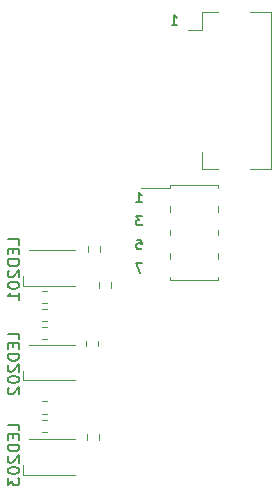
<source format=gbr>
%TF.GenerationSoftware,KiCad,Pcbnew,6.99.0-1.20221101gitf80c150.fc36*%
%TF.CreationDate,2022-11-27T20:33:10+00:00*%
%TF.ProjectId,bugg-led-r4,62756767-2d6c-4656-942d-72342e6b6963,rev?*%
%TF.SameCoordinates,Original*%
%TF.FileFunction,Legend,Bot*%
%TF.FilePolarity,Positive*%
%FSLAX46Y46*%
G04 Gerber Fmt 4.6, Leading zero omitted, Abs format (unit mm)*
G04 Created by KiCad (PCBNEW 6.99.0-1.20221101gitf80c150.fc36) date 2022-11-27 20:33:10*
%MOMM*%
%LPD*%
G01*
G04 APERTURE LIST*
%ADD10C,0.150000*%
%ADD11C,0.120000*%
G04 APERTURE END LIST*
D10*
X10121428Y5606095D02*
X10578571Y5606095D01*
X10349999Y5606095D02*
X10349999Y6406095D01*
X10349999Y6406095D02*
X10426190Y6291809D01*
X10426190Y6291809D02*
X10502380Y6215619D01*
X10502380Y6215619D02*
X10578571Y6177523D01*
X7616666Y-14593904D02*
X7083332Y-14593904D01*
X7083332Y-14593904D02*
X7426190Y-15393904D01*
X7616666Y-10593904D02*
X7121428Y-10593904D01*
X7121428Y-10593904D02*
X7388094Y-10898666D01*
X7388094Y-10898666D02*
X7273809Y-10898666D01*
X7273809Y-10898666D02*
X7197618Y-10936761D01*
X7197618Y-10936761D02*
X7159523Y-10974857D01*
X7159523Y-10974857D02*
X7121428Y-11051047D01*
X7121428Y-11051047D02*
X7121428Y-11241523D01*
X7121428Y-11241523D02*
X7159523Y-11317714D01*
X7159523Y-11317714D02*
X7197618Y-11355809D01*
X7197618Y-11355809D02*
X7273809Y-11393904D01*
X7273809Y-11393904D02*
X7502380Y-11393904D01*
X7502380Y-11393904D02*
X7578571Y-11355809D01*
X7578571Y-11355809D02*
X7616666Y-11317714D01*
X7121428Y-9393904D02*
X7578571Y-9393904D01*
X7349999Y-9393904D02*
X7349999Y-8593904D01*
X7349999Y-8593904D02*
X7426190Y-8708190D01*
X7426190Y-8708190D02*
X7502380Y-8784380D01*
X7502380Y-8784380D02*
X7578571Y-8822476D01*
X7159523Y-12593904D02*
X7540475Y-12593904D01*
X7540475Y-12593904D02*
X7578571Y-12974857D01*
X7578571Y-12974857D02*
X7540475Y-12936761D01*
X7540475Y-12936761D02*
X7464285Y-12898666D01*
X7464285Y-12898666D02*
X7273809Y-12898666D01*
X7273809Y-12898666D02*
X7197618Y-12936761D01*
X7197618Y-12936761D02*
X7159523Y-12974857D01*
X7159523Y-12974857D02*
X7121428Y-13051047D01*
X7121428Y-13051047D02*
X7121428Y-13241523D01*
X7121428Y-13241523D02*
X7159523Y-13317714D01*
X7159523Y-13317714D02*
X7197618Y-13355809D01*
X7197618Y-13355809D02*
X7273809Y-13393904D01*
X7273809Y-13393904D02*
X7464285Y-13393904D01*
X7464285Y-13393904D02*
X7540475Y-13355809D01*
X7540475Y-13355809D02*
X7578571Y-13317714D01*
%TO.C,LED203*%
X-2782619Y-28728571D02*
X-2782619Y-28252381D01*
X-2782619Y-28252381D02*
X-3782619Y-28252381D01*
X-3306428Y-29061905D02*
X-3306428Y-29395238D01*
X-2782619Y-29538095D02*
X-2782619Y-29061905D01*
X-2782619Y-29061905D02*
X-3782619Y-29061905D01*
X-3782619Y-29061905D02*
X-3782619Y-29538095D01*
X-2782619Y-29966667D02*
X-3782619Y-29966667D01*
X-3782619Y-29966667D02*
X-3782619Y-30204762D01*
X-3782619Y-30204762D02*
X-3735000Y-30347619D01*
X-3735000Y-30347619D02*
X-3639761Y-30442857D01*
X-3639761Y-30442857D02*
X-3544523Y-30490476D01*
X-3544523Y-30490476D02*
X-3354047Y-30538095D01*
X-3354047Y-30538095D02*
X-3211190Y-30538095D01*
X-3211190Y-30538095D02*
X-3020714Y-30490476D01*
X-3020714Y-30490476D02*
X-2925476Y-30442857D01*
X-2925476Y-30442857D02*
X-2830238Y-30347619D01*
X-2830238Y-30347619D02*
X-2782619Y-30204762D01*
X-2782619Y-30204762D02*
X-2782619Y-29966667D01*
X-3687380Y-30919048D02*
X-3735000Y-30966667D01*
X-3735000Y-30966667D02*
X-3782619Y-31061905D01*
X-3782619Y-31061905D02*
X-3782619Y-31300000D01*
X-3782619Y-31300000D02*
X-3735000Y-31395238D01*
X-3735000Y-31395238D02*
X-3687380Y-31442857D01*
X-3687380Y-31442857D02*
X-3592142Y-31490476D01*
X-3592142Y-31490476D02*
X-3496904Y-31490476D01*
X-3496904Y-31490476D02*
X-3354047Y-31442857D01*
X-3354047Y-31442857D02*
X-2782619Y-30871429D01*
X-2782619Y-30871429D02*
X-2782619Y-31490476D01*
X-3782619Y-32109524D02*
X-3782619Y-32204762D01*
X-3782619Y-32204762D02*
X-3735000Y-32300000D01*
X-3735000Y-32300000D02*
X-3687380Y-32347619D01*
X-3687380Y-32347619D02*
X-3592142Y-32395238D01*
X-3592142Y-32395238D02*
X-3401666Y-32442857D01*
X-3401666Y-32442857D02*
X-3163571Y-32442857D01*
X-3163571Y-32442857D02*
X-2973095Y-32395238D01*
X-2973095Y-32395238D02*
X-2877857Y-32347619D01*
X-2877857Y-32347619D02*
X-2830238Y-32300000D01*
X-2830238Y-32300000D02*
X-2782619Y-32204762D01*
X-2782619Y-32204762D02*
X-2782619Y-32109524D01*
X-2782619Y-32109524D02*
X-2830238Y-32014286D01*
X-2830238Y-32014286D02*
X-2877857Y-31966667D01*
X-2877857Y-31966667D02*
X-2973095Y-31919048D01*
X-2973095Y-31919048D02*
X-3163571Y-31871429D01*
X-3163571Y-31871429D02*
X-3401666Y-31871429D01*
X-3401666Y-31871429D02*
X-3592142Y-31919048D01*
X-3592142Y-31919048D02*
X-3687380Y-31966667D01*
X-3687380Y-31966667D02*
X-3735000Y-32014286D01*
X-3735000Y-32014286D02*
X-3782619Y-32109524D01*
X-3782619Y-32776191D02*
X-3782619Y-33395238D01*
X-3782619Y-33395238D02*
X-3401666Y-33061905D01*
X-3401666Y-33061905D02*
X-3401666Y-33204762D01*
X-3401666Y-33204762D02*
X-3354047Y-33300000D01*
X-3354047Y-33300000D02*
X-3306428Y-33347619D01*
X-3306428Y-33347619D02*
X-3211190Y-33395238D01*
X-3211190Y-33395238D02*
X-2973095Y-33395238D01*
X-2973095Y-33395238D02*
X-2877857Y-33347619D01*
X-2877857Y-33347619D02*
X-2830238Y-33300000D01*
X-2830238Y-33300000D02*
X-2782619Y-33204762D01*
X-2782619Y-33204762D02*
X-2782619Y-32919048D01*
X-2782619Y-32919048D02*
X-2830238Y-32823810D01*
X-2830238Y-32823810D02*
X-2877857Y-32776191D01*
%TO.C,LED202*%
X-2782619Y-21028571D02*
X-2782619Y-20552381D01*
X-2782619Y-20552381D02*
X-3782619Y-20552381D01*
X-3306428Y-21361905D02*
X-3306428Y-21695238D01*
X-2782619Y-21838095D02*
X-2782619Y-21361905D01*
X-2782619Y-21361905D02*
X-3782619Y-21361905D01*
X-3782619Y-21361905D02*
X-3782619Y-21838095D01*
X-2782619Y-22266667D02*
X-3782619Y-22266667D01*
X-3782619Y-22266667D02*
X-3782619Y-22504762D01*
X-3782619Y-22504762D02*
X-3735000Y-22647619D01*
X-3735000Y-22647619D02*
X-3639761Y-22742857D01*
X-3639761Y-22742857D02*
X-3544523Y-22790476D01*
X-3544523Y-22790476D02*
X-3354047Y-22838095D01*
X-3354047Y-22838095D02*
X-3211190Y-22838095D01*
X-3211190Y-22838095D02*
X-3020714Y-22790476D01*
X-3020714Y-22790476D02*
X-2925476Y-22742857D01*
X-2925476Y-22742857D02*
X-2830238Y-22647619D01*
X-2830238Y-22647619D02*
X-2782619Y-22504762D01*
X-2782619Y-22504762D02*
X-2782619Y-22266667D01*
X-3687380Y-23219048D02*
X-3735000Y-23266667D01*
X-3735000Y-23266667D02*
X-3782619Y-23361905D01*
X-3782619Y-23361905D02*
X-3782619Y-23600000D01*
X-3782619Y-23600000D02*
X-3735000Y-23695238D01*
X-3735000Y-23695238D02*
X-3687380Y-23742857D01*
X-3687380Y-23742857D02*
X-3592142Y-23790476D01*
X-3592142Y-23790476D02*
X-3496904Y-23790476D01*
X-3496904Y-23790476D02*
X-3354047Y-23742857D01*
X-3354047Y-23742857D02*
X-2782619Y-23171429D01*
X-2782619Y-23171429D02*
X-2782619Y-23790476D01*
X-3782619Y-24409524D02*
X-3782619Y-24504762D01*
X-3782619Y-24504762D02*
X-3735000Y-24600000D01*
X-3735000Y-24600000D02*
X-3687380Y-24647619D01*
X-3687380Y-24647619D02*
X-3592142Y-24695238D01*
X-3592142Y-24695238D02*
X-3401666Y-24742857D01*
X-3401666Y-24742857D02*
X-3163571Y-24742857D01*
X-3163571Y-24742857D02*
X-2973095Y-24695238D01*
X-2973095Y-24695238D02*
X-2877857Y-24647619D01*
X-2877857Y-24647619D02*
X-2830238Y-24600000D01*
X-2830238Y-24600000D02*
X-2782619Y-24504762D01*
X-2782619Y-24504762D02*
X-2782619Y-24409524D01*
X-2782619Y-24409524D02*
X-2830238Y-24314286D01*
X-2830238Y-24314286D02*
X-2877857Y-24266667D01*
X-2877857Y-24266667D02*
X-2973095Y-24219048D01*
X-2973095Y-24219048D02*
X-3163571Y-24171429D01*
X-3163571Y-24171429D02*
X-3401666Y-24171429D01*
X-3401666Y-24171429D02*
X-3592142Y-24219048D01*
X-3592142Y-24219048D02*
X-3687380Y-24266667D01*
X-3687380Y-24266667D02*
X-3735000Y-24314286D01*
X-3735000Y-24314286D02*
X-3782619Y-24409524D01*
X-3687380Y-25123810D02*
X-3735000Y-25171429D01*
X-3735000Y-25171429D02*
X-3782619Y-25266667D01*
X-3782619Y-25266667D02*
X-3782619Y-25504762D01*
X-3782619Y-25504762D02*
X-3735000Y-25600000D01*
X-3735000Y-25600000D02*
X-3687380Y-25647619D01*
X-3687380Y-25647619D02*
X-3592142Y-25695238D01*
X-3592142Y-25695238D02*
X-3496904Y-25695238D01*
X-3496904Y-25695238D02*
X-3354047Y-25647619D01*
X-3354047Y-25647619D02*
X-2782619Y-25076191D01*
X-2782619Y-25076191D02*
X-2782619Y-25695238D01*
%TO.C,LED201*%
X-2782619Y-13028571D02*
X-2782619Y-12552381D01*
X-2782619Y-12552381D02*
X-3782619Y-12552381D01*
X-3306428Y-13361905D02*
X-3306428Y-13695238D01*
X-2782619Y-13838095D02*
X-2782619Y-13361905D01*
X-2782619Y-13361905D02*
X-3782619Y-13361905D01*
X-3782619Y-13361905D02*
X-3782619Y-13838095D01*
X-2782619Y-14266667D02*
X-3782619Y-14266667D01*
X-3782619Y-14266667D02*
X-3782619Y-14504762D01*
X-3782619Y-14504762D02*
X-3735000Y-14647619D01*
X-3735000Y-14647619D02*
X-3639761Y-14742857D01*
X-3639761Y-14742857D02*
X-3544523Y-14790476D01*
X-3544523Y-14790476D02*
X-3354047Y-14838095D01*
X-3354047Y-14838095D02*
X-3211190Y-14838095D01*
X-3211190Y-14838095D02*
X-3020714Y-14790476D01*
X-3020714Y-14790476D02*
X-2925476Y-14742857D01*
X-2925476Y-14742857D02*
X-2830238Y-14647619D01*
X-2830238Y-14647619D02*
X-2782619Y-14504762D01*
X-2782619Y-14504762D02*
X-2782619Y-14266667D01*
X-3687380Y-15219048D02*
X-3735000Y-15266667D01*
X-3735000Y-15266667D02*
X-3782619Y-15361905D01*
X-3782619Y-15361905D02*
X-3782619Y-15600000D01*
X-3782619Y-15600000D02*
X-3735000Y-15695238D01*
X-3735000Y-15695238D02*
X-3687380Y-15742857D01*
X-3687380Y-15742857D02*
X-3592142Y-15790476D01*
X-3592142Y-15790476D02*
X-3496904Y-15790476D01*
X-3496904Y-15790476D02*
X-3354047Y-15742857D01*
X-3354047Y-15742857D02*
X-2782619Y-15171429D01*
X-2782619Y-15171429D02*
X-2782619Y-15790476D01*
X-3782619Y-16409524D02*
X-3782619Y-16504762D01*
X-3782619Y-16504762D02*
X-3735000Y-16600000D01*
X-3735000Y-16600000D02*
X-3687380Y-16647619D01*
X-3687380Y-16647619D02*
X-3592142Y-16695238D01*
X-3592142Y-16695238D02*
X-3401666Y-16742857D01*
X-3401666Y-16742857D02*
X-3163571Y-16742857D01*
X-3163571Y-16742857D02*
X-2973095Y-16695238D01*
X-2973095Y-16695238D02*
X-2877857Y-16647619D01*
X-2877857Y-16647619D02*
X-2830238Y-16600000D01*
X-2830238Y-16600000D02*
X-2782619Y-16504762D01*
X-2782619Y-16504762D02*
X-2782619Y-16409524D01*
X-2782619Y-16409524D02*
X-2830238Y-16314286D01*
X-2830238Y-16314286D02*
X-2877857Y-16266667D01*
X-2877857Y-16266667D02*
X-2973095Y-16219048D01*
X-2973095Y-16219048D02*
X-3163571Y-16171429D01*
X-3163571Y-16171429D02*
X-3401666Y-16171429D01*
X-3401666Y-16171429D02*
X-3592142Y-16219048D01*
X-3592142Y-16219048D02*
X-3687380Y-16266667D01*
X-3687380Y-16266667D02*
X-3735000Y-16314286D01*
X-3735000Y-16314286D02*
X-3782619Y-16409524D01*
X-2782619Y-17695238D02*
X-2782619Y-17123810D01*
X-2782619Y-17409524D02*
X-3782619Y-17409524D01*
X-3782619Y-17409524D02*
X-3639761Y-17314286D01*
X-3639761Y-17314286D02*
X-3544523Y-17219048D01*
X-3544523Y-17219048D02*
X-3496904Y-17123810D01*
D11*
%TO.C,R206*%
X-412742Y-28922500D02*
X-887258Y-28922500D01*
X-412742Y-27877500D02*
X-887258Y-27877500D01*
%TO.C,R203*%
X3972500Y-29062742D02*
X3972500Y-29537258D01*
X2927500Y-29062742D02*
X2927500Y-29537258D01*
%TO.C,R209*%
X-412742Y-27322500D02*
X-887258Y-27322500D01*
X-412742Y-26277500D02*
X-887258Y-26277500D01*
%TO.C,LED203*%
X-2500044Y-32500000D02*
X1950000Y-32500000D01*
X-2500000Y-31700000D02*
X-2500000Y-32500000D01*
X-1950000Y-29500000D02*
X1950000Y-29500000D01*
%TO.C,J201*%
X14060000Y-16060000D02*
X9940000Y-16060000D01*
X14060000Y-15760000D02*
X14060000Y-16060000D01*
X14060000Y-13760000D02*
X14060000Y-14240000D01*
X14060000Y-11760000D02*
X14060000Y-12240000D01*
X14060000Y-9760000D02*
X14060000Y-10240000D01*
X14060000Y-7940000D02*
X14060000Y-8240000D01*
X14060000Y-7940000D02*
X9940000Y-7940000D01*
X9940000Y-15760000D02*
X9940000Y-16060000D01*
X9940000Y-13760000D02*
X9940000Y-14240000D01*
X9940000Y-11760000D02*
X9940000Y-12240000D01*
X9940000Y-9760000D02*
X9940000Y-10240000D01*
X9940000Y-8240000D02*
X7560000Y-8240000D01*
X9940000Y-7940000D02*
X9940000Y-8240000D01*
%TO.C,R201*%
X4072500Y-13162742D02*
X4072500Y-13637258D01*
X3027500Y-13162742D02*
X3027500Y-13637258D01*
%TO.C,LED202*%
X-2500044Y-24500000D02*
X1950000Y-24500000D01*
X-2500000Y-23700000D02*
X-2500000Y-24500000D01*
X-1950000Y-21500000D02*
X1950000Y-21500000D01*
%TO.C,R205*%
X-412742Y-21022500D02*
X-887258Y-21022500D01*
X-412742Y-19977500D02*
X-887258Y-19977500D01*
%TO.C,R202*%
X3872500Y-21162742D02*
X3872500Y-21637258D01*
X2827500Y-21162742D02*
X2827500Y-21637258D01*
%TO.C,LED201*%
X-2500044Y-16500000D02*
X1950000Y-16500000D01*
X-2500000Y-15700000D02*
X-2500000Y-16500000D01*
X-1950000Y-13500000D02*
X1950000Y-13500000D01*
%TO.C,R208*%
X-412742Y-19522500D02*
X-887258Y-19522500D01*
X-412742Y-18477500D02*
X-887258Y-18477500D01*
%TO.C,R204*%
X4972500Y-16212742D02*
X4972500Y-16687258D01*
X3927500Y-16212742D02*
X3927500Y-16687258D01*
%TO.C,R207*%
X-412742Y-17972500D02*
X-887258Y-17972500D01*
X-412742Y-16927500D02*
X-887258Y-16927500D01*
%TO.C,J202*%
X18500000Y6650000D02*
X18500000Y-6650000D01*
X16760000Y6650000D02*
X18500000Y6650000D01*
X12700000Y6650000D02*
X14040000Y6650000D01*
X12700000Y5160000D02*
X12700000Y6650000D01*
X12700000Y5160000D02*
X11500000Y5160000D01*
X12700000Y-5160000D02*
X12700000Y-6650000D01*
X18500000Y-6650000D02*
X16760000Y-6650000D01*
X12700000Y-6650000D02*
X14040000Y-6650000D01*
%TD*%
M02*

</source>
